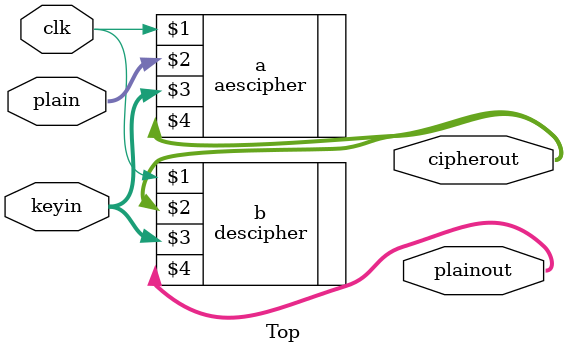
<source format=v>
`timescale 1ns / 1ps


module Top(clk,keyin,plain,cipherout,plainout);
input clk;
input[127:0] keyin;
input [127:0]plain;
output [127:0]cipherout;
output [127:0]plainout;

aescipher a(clk,plain,keyin,cipherout);
descipher b(clk,cipherout,keyin,plainout);

endmodule

</source>
